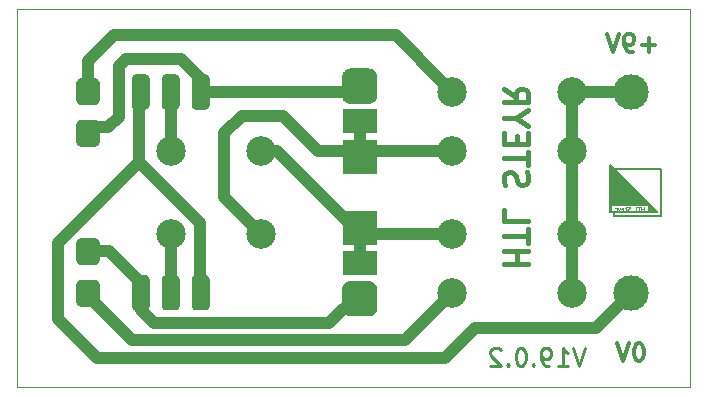
<source format=gbr>
G04 #@! TF.GenerationSoftware,KiCad,Pcbnew,5.1.5-52549c5~84~ubuntu18.04.1*
G04 #@! TF.CreationDate,2020-06-19T14:53:48+02:00*
G04 #@! TF.ProjectId,astabile-kippstufe,61737461-6269-46c6-952d-6b6970707374,V19.0.1*
G04 #@! TF.SameCoordinates,PX754d4c0PY5f5e100*
G04 #@! TF.FileFunction,Copper,L2,Bot*
G04 #@! TF.FilePolarity,Positive*
%FSLAX46Y46*%
G04 Gerber Fmt 4.6, Leading zero omitted, Abs format (unit mm)*
G04 Created by KiCad (PCBNEW 5.1.5-52549c5~84~ubuntu18.04.1) date 2020-06-19 14:53:48*
%MOMM*%
%LPD*%
G04 APERTURE LIST*
%ADD10C,0.250000*%
%ADD11C,0.300000*%
%ADD12C,0.400000*%
%ADD13C,0.050000*%
%ADD14C,0.075000*%
%ADD15C,0.150000*%
%ADD16C,0.100000*%
%ADD17R,3.000000X2.000000*%
%ADD18R,3.000000X3.000000*%
%ADD19C,3.000000*%
%ADD20C,2.500000*%
%ADD21C,1.000000*%
G04 APERTURE END LIST*
D10*
X48071428Y3321429D02*
X47571428Y1821429D01*
X47071428Y3321429D01*
X45785714Y1821429D02*
X46642857Y1821429D01*
X46214285Y1821429D02*
X46214285Y3321429D01*
X46357142Y3107143D01*
X46500000Y2964286D01*
X46642857Y2892858D01*
X45071428Y1821429D02*
X44785714Y1821429D01*
X44642857Y1892858D01*
X44571428Y1964286D01*
X44428571Y2178572D01*
X44357142Y2464286D01*
X44357142Y3035715D01*
X44428571Y3178572D01*
X44500000Y3250000D01*
X44642857Y3321429D01*
X44928571Y3321429D01*
X45071428Y3250000D01*
X45142857Y3178572D01*
X45214285Y3035715D01*
X45214285Y2678572D01*
X45142857Y2535715D01*
X45071428Y2464286D01*
X44928571Y2392858D01*
X44642857Y2392858D01*
X44500000Y2464286D01*
X44428571Y2535715D01*
X44357142Y2678572D01*
X43714285Y1964286D02*
X43642857Y1892858D01*
X43714285Y1821429D01*
X43785714Y1892858D01*
X43714285Y1964286D01*
X43714285Y1821429D01*
X42714285Y3321429D02*
X42571428Y3321429D01*
X42428571Y3250000D01*
X42357142Y3178572D01*
X42285714Y3035715D01*
X42214285Y2750000D01*
X42214285Y2392858D01*
X42285714Y2107143D01*
X42357142Y1964286D01*
X42428571Y1892858D01*
X42571428Y1821429D01*
X42714285Y1821429D01*
X42857142Y1892858D01*
X42928571Y1964286D01*
X43000000Y2107143D01*
X43071428Y2392858D01*
X43071428Y2750000D01*
X43000000Y3035715D01*
X42928571Y3178572D01*
X42857142Y3250000D01*
X42714285Y3321429D01*
X41571428Y1964286D02*
X41500000Y1892858D01*
X41571428Y1821429D01*
X41642857Y1892858D01*
X41571428Y1964286D01*
X41571428Y1821429D01*
X40928571Y3178572D02*
X40857142Y3250000D01*
X40714285Y3321429D01*
X40357142Y3321429D01*
X40214285Y3250000D01*
X40142857Y3178572D01*
X40071428Y3035715D01*
X40071428Y2892858D01*
X40142857Y2678572D01*
X41000000Y1821429D01*
X40071428Y1821429D01*
D11*
X52714285Y3721429D02*
X52571428Y3721429D01*
X52428571Y3650000D01*
X52357142Y3578572D01*
X52285714Y3435715D01*
X52214285Y3150000D01*
X52214285Y2792858D01*
X52285714Y2507143D01*
X52357142Y2364286D01*
X52428571Y2292858D01*
X52571428Y2221429D01*
X52714285Y2221429D01*
X52857142Y2292858D01*
X52928571Y2364286D01*
X53000000Y2507143D01*
X53071428Y2792858D01*
X53071428Y3150000D01*
X53000000Y3435715D01*
X52928571Y3578572D01*
X52857142Y3650000D01*
X52714285Y3721429D01*
X51785714Y3721429D02*
X51285714Y2221429D01*
X50785714Y3721429D01*
X54028571Y28992858D02*
X52885714Y28992858D01*
X53457142Y28421429D02*
X53457142Y29564286D01*
X52100000Y28421429D02*
X51814285Y28421429D01*
X51671428Y28492858D01*
X51600000Y28564286D01*
X51457142Y28778572D01*
X51385714Y29064286D01*
X51385714Y29635715D01*
X51457142Y29778572D01*
X51528571Y29850000D01*
X51671428Y29921429D01*
X51957142Y29921429D01*
X52100000Y29850000D01*
X52171428Y29778572D01*
X52242857Y29635715D01*
X52242857Y29278572D01*
X52171428Y29135715D01*
X52100000Y29064286D01*
X51957142Y28992858D01*
X51671428Y28992858D01*
X51528571Y29064286D01*
X51457142Y29135715D01*
X51385714Y29278572D01*
X50957142Y29921429D02*
X50457142Y28421429D01*
X49957142Y29921429D01*
D12*
X41245238Y10419048D02*
X43245238Y10419048D01*
X42292857Y10419048D02*
X42292857Y11561905D01*
X41245238Y11561905D02*
X43245238Y11561905D01*
X43245238Y12228572D02*
X43245238Y13371429D01*
X41245238Y12800000D02*
X43245238Y12800000D01*
X41245238Y14990477D02*
X41245238Y14038096D01*
X43245238Y14038096D01*
X41340476Y17085715D02*
X41245238Y17371429D01*
X41245238Y17847620D01*
X41340476Y18038096D01*
X41435714Y18133334D01*
X41626190Y18228572D01*
X41816666Y18228572D01*
X42007142Y18133334D01*
X42102380Y18038096D01*
X42197619Y17847620D01*
X42292857Y17466667D01*
X42388095Y17276191D01*
X42483333Y17180953D01*
X42673809Y17085715D01*
X42864285Y17085715D01*
X43054761Y17180953D01*
X43150000Y17276191D01*
X43245238Y17466667D01*
X43245238Y17942858D01*
X43150000Y18228572D01*
X43245238Y18800000D02*
X43245238Y19942858D01*
X41245238Y19371429D02*
X43245238Y19371429D01*
X42292857Y20609524D02*
X42292857Y21276191D01*
X41245238Y21561905D02*
X41245238Y20609524D01*
X43245238Y20609524D01*
X43245238Y21561905D01*
X42197619Y22800000D02*
X41245238Y22800000D01*
X43245238Y22133334D02*
X42197619Y22800000D01*
X43245238Y23466667D01*
X41245238Y25276191D02*
X42197619Y24609524D01*
X41245238Y24133334D02*
X43245238Y24133334D01*
X43245238Y24895239D01*
X43150000Y25085715D01*
X43054761Y25180953D01*
X42864285Y25276191D01*
X42578571Y25276191D01*
X42388095Y25180953D01*
X42292857Y25085715D01*
X42197619Y24895239D01*
X42197619Y24133334D01*
D13*
X0Y0D02*
X0Y32000000D01*
X57000000Y0D02*
X0Y0D01*
X57000000Y8000000D02*
X57000000Y0D01*
X57000000Y8000000D02*
X57000000Y25000000D01*
X57000000Y32000000D02*
X0Y32000000D01*
X57000000Y25000000D02*
X57000000Y32000000D01*
D14*
X53031666Y14944667D02*
X53031666Y15294667D01*
X53031666Y15128000D02*
X52831666Y15128000D01*
X52831666Y14944667D02*
X52831666Y15294667D01*
X52715000Y15294667D02*
X52515000Y15294667D01*
X52615000Y14944667D02*
X52615000Y15294667D01*
X52231666Y14944667D02*
X52398333Y14944667D01*
X52398333Y15294667D01*
X51865000Y14961334D02*
X51815000Y14944667D01*
X51731666Y14944667D01*
X51698333Y14961334D01*
X51681666Y14978000D01*
X51665000Y15011334D01*
X51665000Y15044667D01*
X51681666Y15078000D01*
X51698333Y15094667D01*
X51731666Y15111334D01*
X51798333Y15128000D01*
X51831666Y15144667D01*
X51848333Y15161334D01*
X51865000Y15194667D01*
X51865000Y15228000D01*
X51848333Y15261334D01*
X51831666Y15278000D01*
X51798333Y15294667D01*
X51715000Y15294667D01*
X51665000Y15278000D01*
X51565000Y15178000D02*
X51431666Y15178000D01*
X51515000Y15294667D02*
X51515000Y14994667D01*
X51498333Y14961334D01*
X51465000Y14944667D01*
X51431666Y14944667D01*
X51181666Y14961334D02*
X51215000Y14944667D01*
X51281666Y14944667D01*
X51315000Y14961334D01*
X51331666Y14994667D01*
X51331666Y15128000D01*
X51315000Y15161334D01*
X51281666Y15178000D01*
X51215000Y15178000D01*
X51181666Y15161334D01*
X51165000Y15128000D01*
X51165000Y15094667D01*
X51331666Y15061334D01*
X51048333Y15178000D02*
X50965000Y14944667D01*
X50881666Y15178000D02*
X50965000Y14944667D01*
X50998333Y14861334D01*
X51015000Y14844667D01*
X51048333Y14828000D01*
X50748333Y14944667D02*
X50748333Y15178000D01*
X50748333Y15111334D02*
X50731666Y15144667D01*
X50715000Y15161334D01*
X50681666Y15178000D01*
X50648333Y15178000D01*
D15*
G36*
X50200000Y18800000D02*
G01*
X50200000Y14800000D01*
X53500000Y14800000D01*
X50280000Y14800000D01*
X50280000Y15450000D01*
X53500000Y15450000D01*
X53500000Y14800000D01*
X54200000Y14800000D01*
X50200000Y18800000D01*
G37*
X50200000Y18800000D02*
X50200000Y14800000D01*
X53500000Y14800000D01*
X50280000Y14800000D01*
X50280000Y15450000D01*
X53500000Y15450000D01*
X53500000Y14800000D01*
X54200000Y14800000D01*
X50200000Y18800000D01*
X50500000Y18500000D02*
X54500000Y18500000D01*
X54500000Y18500000D02*
X54500000Y14500000D01*
X54500000Y14500000D02*
X50500000Y14500000D01*
X50500000Y14500000D02*
X50500000Y14800000D01*
G04 #@! TA.AperFunction,ComponentPad*
D16*
G36*
X29823513Y8996389D02*
G01*
X29896318Y8985589D01*
X29967714Y8967705D01*
X30037013Y8942910D01*
X30103548Y8911441D01*
X30166678Y8873602D01*
X30225795Y8829758D01*
X30280330Y8780330D01*
X30329758Y8725795D01*
X30373602Y8666678D01*
X30411441Y8603548D01*
X30442910Y8537013D01*
X30467705Y8467714D01*
X30485589Y8396318D01*
X30496389Y8323513D01*
X30500000Y8250000D01*
X30500000Y6750000D01*
X30496389Y6676487D01*
X30485589Y6603682D01*
X30467705Y6532286D01*
X30442910Y6462987D01*
X30411441Y6396452D01*
X30373602Y6333322D01*
X30329758Y6274205D01*
X30280330Y6219670D01*
X30225795Y6170242D01*
X30166678Y6126398D01*
X30103548Y6088559D01*
X30037013Y6057090D01*
X29967714Y6032295D01*
X29896318Y6014411D01*
X29823513Y6003611D01*
X29750000Y6000000D01*
X28250000Y6000000D01*
X28176487Y6003611D01*
X28103682Y6014411D01*
X28032286Y6032295D01*
X27962987Y6057090D01*
X27896452Y6088559D01*
X27833322Y6126398D01*
X27774205Y6170242D01*
X27719670Y6219670D01*
X27670242Y6274205D01*
X27626398Y6333322D01*
X27588559Y6396452D01*
X27557090Y6462987D01*
X27532295Y6532286D01*
X27514411Y6603682D01*
X27503611Y6676487D01*
X27500000Y6750000D01*
X27500000Y8250000D01*
X27503611Y8323513D01*
X27514411Y8396318D01*
X27532295Y8467714D01*
X27557090Y8537013D01*
X27588559Y8603548D01*
X27626398Y8666678D01*
X27670242Y8725795D01*
X27719670Y8780330D01*
X27774205Y8829758D01*
X27833322Y8873602D01*
X27896452Y8911441D01*
X27962987Y8942910D01*
X28032286Y8967705D01*
X28103682Y8985589D01*
X28176487Y8996389D01*
X28250000Y9000000D01*
X29750000Y9000000D01*
X29823513Y8996389D01*
G37*
G04 #@! TD.AperFunction*
D17*
X29000000Y10500000D03*
D18*
X29000000Y13500000D03*
G04 #@! TA.AperFunction,ComponentPad*
D16*
G36*
X29823513Y26996389D02*
G01*
X29896318Y26985589D01*
X29967714Y26967705D01*
X30037013Y26942910D01*
X30103548Y26911441D01*
X30166678Y26873602D01*
X30225795Y26829758D01*
X30280330Y26780330D01*
X30329758Y26725795D01*
X30373602Y26666678D01*
X30411441Y26603548D01*
X30442910Y26537013D01*
X30467705Y26467714D01*
X30485589Y26396318D01*
X30496389Y26323513D01*
X30500000Y26250000D01*
X30500000Y24750000D01*
X30496389Y24676487D01*
X30485589Y24603682D01*
X30467705Y24532286D01*
X30442910Y24462987D01*
X30411441Y24396452D01*
X30373602Y24333322D01*
X30329758Y24274205D01*
X30280330Y24219670D01*
X30225795Y24170242D01*
X30166678Y24126398D01*
X30103548Y24088559D01*
X30037013Y24057090D01*
X29967714Y24032295D01*
X29896318Y24014411D01*
X29823513Y24003611D01*
X29750000Y24000000D01*
X28250000Y24000000D01*
X28176487Y24003611D01*
X28103682Y24014411D01*
X28032286Y24032295D01*
X27962987Y24057090D01*
X27896452Y24088559D01*
X27833322Y24126398D01*
X27774205Y24170242D01*
X27719670Y24219670D01*
X27670242Y24274205D01*
X27626398Y24333322D01*
X27588559Y24396452D01*
X27557090Y24462987D01*
X27532295Y24532286D01*
X27514411Y24603682D01*
X27503611Y24676487D01*
X27500000Y24750000D01*
X27500000Y26250000D01*
X27503611Y26323513D01*
X27514411Y26396318D01*
X27532295Y26467714D01*
X27557090Y26537013D01*
X27588559Y26603548D01*
X27626398Y26666678D01*
X27670242Y26725795D01*
X27719670Y26780330D01*
X27774205Y26829758D01*
X27833322Y26873602D01*
X27896452Y26911441D01*
X27962987Y26942910D01*
X28032286Y26967705D01*
X28103682Y26985589D01*
X28176487Y26996389D01*
X28250000Y27000000D01*
X29750000Y27000000D01*
X29823513Y26996389D01*
G37*
G04 #@! TD.AperFunction*
D17*
X29000000Y22500000D03*
D18*
X29000000Y19500000D03*
G04 #@! TA.AperFunction,ComponentPad*
D16*
G36*
X15951756Y26498194D02*
G01*
X15988159Y26492794D01*
X16023857Y26483853D01*
X16058506Y26471455D01*
X16091774Y26455720D01*
X16123339Y26436801D01*
X16152897Y26414879D01*
X16180165Y26390165D01*
X16204879Y26362897D01*
X16226801Y26333339D01*
X16245720Y26301774D01*
X16261455Y26268506D01*
X16273853Y26233857D01*
X16282794Y26198159D01*
X16288194Y26161756D01*
X16290000Y26125000D01*
X16290000Y23875000D01*
X16288194Y23838244D01*
X16282794Y23801841D01*
X16273853Y23766143D01*
X16261455Y23731494D01*
X16245720Y23698226D01*
X16226801Y23666661D01*
X16204879Y23637103D01*
X16180165Y23609835D01*
X16152897Y23585121D01*
X16123339Y23563199D01*
X16091774Y23544280D01*
X16058506Y23528545D01*
X16023857Y23516147D01*
X15988159Y23507206D01*
X15951756Y23501806D01*
X15915000Y23500000D01*
X15165000Y23500000D01*
X15128244Y23501806D01*
X15091841Y23507206D01*
X15056143Y23516147D01*
X15021494Y23528545D01*
X14988226Y23544280D01*
X14956661Y23563199D01*
X14927103Y23585121D01*
X14899835Y23609835D01*
X14875121Y23637103D01*
X14853199Y23666661D01*
X14834280Y23698226D01*
X14818545Y23731494D01*
X14806147Y23766143D01*
X14797206Y23801841D01*
X14791806Y23838244D01*
X14790000Y23875000D01*
X14790000Y26125000D01*
X14791806Y26161756D01*
X14797206Y26198159D01*
X14806147Y26233857D01*
X14818545Y26268506D01*
X14834280Y26301774D01*
X14853199Y26333339D01*
X14875121Y26362897D01*
X14899835Y26390165D01*
X14927103Y26414879D01*
X14956661Y26436801D01*
X14988226Y26455720D01*
X15021494Y26471455D01*
X15056143Y26483853D01*
X15091841Y26492794D01*
X15128244Y26498194D01*
X15165000Y26500000D01*
X15915000Y26500000D01*
X15951756Y26498194D01*
G37*
G04 #@! TD.AperFunction*
G04 #@! TA.AperFunction,ComponentPad*
G36*
X10871756Y26498194D02*
G01*
X10908159Y26492794D01*
X10943857Y26483853D01*
X10978506Y26471455D01*
X11011774Y26455720D01*
X11043339Y26436801D01*
X11072897Y26414879D01*
X11100165Y26390165D01*
X11124879Y26362897D01*
X11146801Y26333339D01*
X11165720Y26301774D01*
X11181455Y26268506D01*
X11193853Y26233857D01*
X11202794Y26198159D01*
X11208194Y26161756D01*
X11210000Y26125000D01*
X11210000Y23875000D01*
X11208194Y23838244D01*
X11202794Y23801841D01*
X11193853Y23766143D01*
X11181455Y23731494D01*
X11165720Y23698226D01*
X11146801Y23666661D01*
X11124879Y23637103D01*
X11100165Y23609835D01*
X11072897Y23585121D01*
X11043339Y23563199D01*
X11011774Y23544280D01*
X10978506Y23528545D01*
X10943857Y23516147D01*
X10908159Y23507206D01*
X10871756Y23501806D01*
X10835000Y23500000D01*
X10085000Y23500000D01*
X10048244Y23501806D01*
X10011841Y23507206D01*
X9976143Y23516147D01*
X9941494Y23528545D01*
X9908226Y23544280D01*
X9876661Y23563199D01*
X9847103Y23585121D01*
X9819835Y23609835D01*
X9795121Y23637103D01*
X9773199Y23666661D01*
X9754280Y23698226D01*
X9738545Y23731494D01*
X9726147Y23766143D01*
X9717206Y23801841D01*
X9711806Y23838244D01*
X9710000Y23875000D01*
X9710000Y26125000D01*
X9711806Y26161756D01*
X9717206Y26198159D01*
X9726147Y26233857D01*
X9738545Y26268506D01*
X9754280Y26301774D01*
X9773199Y26333339D01*
X9795121Y26362897D01*
X9819835Y26390165D01*
X9847103Y26414879D01*
X9876661Y26436801D01*
X9908226Y26455720D01*
X9941494Y26471455D01*
X9976143Y26483853D01*
X10011841Y26492794D01*
X10048244Y26498194D01*
X10085000Y26500000D01*
X10835000Y26500000D01*
X10871756Y26498194D01*
G37*
G04 #@! TD.AperFunction*
G04 #@! TA.AperFunction,ComponentPad*
G36*
X13411756Y26498194D02*
G01*
X13448159Y26492794D01*
X13483857Y26483853D01*
X13518506Y26471455D01*
X13551774Y26455720D01*
X13583339Y26436801D01*
X13612897Y26414879D01*
X13640165Y26390165D01*
X13664879Y26362897D01*
X13686801Y26333339D01*
X13705720Y26301774D01*
X13721455Y26268506D01*
X13733853Y26233857D01*
X13742794Y26198159D01*
X13748194Y26161756D01*
X13750000Y26125000D01*
X13750000Y23875000D01*
X13748194Y23838244D01*
X13742794Y23801841D01*
X13733853Y23766143D01*
X13721455Y23731494D01*
X13705720Y23698226D01*
X13686801Y23666661D01*
X13664879Y23637103D01*
X13640165Y23609835D01*
X13612897Y23585121D01*
X13583339Y23563199D01*
X13551774Y23544280D01*
X13518506Y23528545D01*
X13483857Y23516147D01*
X13448159Y23507206D01*
X13411756Y23501806D01*
X13375000Y23500000D01*
X12625000Y23500000D01*
X12588244Y23501806D01*
X12551841Y23507206D01*
X12516143Y23516147D01*
X12481494Y23528545D01*
X12448226Y23544280D01*
X12416661Y23563199D01*
X12387103Y23585121D01*
X12359835Y23609835D01*
X12335121Y23637103D01*
X12313199Y23666661D01*
X12294280Y23698226D01*
X12278545Y23731494D01*
X12266147Y23766143D01*
X12257206Y23801841D01*
X12251806Y23838244D01*
X12250000Y23875000D01*
X12250000Y26125000D01*
X12251806Y26161756D01*
X12257206Y26198159D01*
X12266147Y26233857D01*
X12278545Y26268506D01*
X12294280Y26301774D01*
X12313199Y26333339D01*
X12335121Y26362897D01*
X12359835Y26390165D01*
X12387103Y26414879D01*
X12416661Y26436801D01*
X12448226Y26455720D01*
X12481494Y26471455D01*
X12516143Y26483853D01*
X12551841Y26492794D01*
X12588244Y26498194D01*
X12625000Y26500000D01*
X13375000Y26500000D01*
X13411756Y26498194D01*
G37*
G04 #@! TD.AperFunction*
G04 #@! TA.AperFunction,ComponentPad*
G36*
X10871756Y9498194D02*
G01*
X10908159Y9492794D01*
X10943857Y9483853D01*
X10978506Y9471455D01*
X11011774Y9455720D01*
X11043339Y9436801D01*
X11072897Y9414879D01*
X11100165Y9390165D01*
X11124879Y9362897D01*
X11146801Y9333339D01*
X11165720Y9301774D01*
X11181455Y9268506D01*
X11193853Y9233857D01*
X11202794Y9198159D01*
X11208194Y9161756D01*
X11210000Y9125000D01*
X11210000Y6875000D01*
X11208194Y6838244D01*
X11202794Y6801841D01*
X11193853Y6766143D01*
X11181455Y6731494D01*
X11165720Y6698226D01*
X11146801Y6666661D01*
X11124879Y6637103D01*
X11100165Y6609835D01*
X11072897Y6585121D01*
X11043339Y6563199D01*
X11011774Y6544280D01*
X10978506Y6528545D01*
X10943857Y6516147D01*
X10908159Y6507206D01*
X10871756Y6501806D01*
X10835000Y6500000D01*
X10085000Y6500000D01*
X10048244Y6501806D01*
X10011841Y6507206D01*
X9976143Y6516147D01*
X9941494Y6528545D01*
X9908226Y6544280D01*
X9876661Y6563199D01*
X9847103Y6585121D01*
X9819835Y6609835D01*
X9795121Y6637103D01*
X9773199Y6666661D01*
X9754280Y6698226D01*
X9738545Y6731494D01*
X9726147Y6766143D01*
X9717206Y6801841D01*
X9711806Y6838244D01*
X9710000Y6875000D01*
X9710000Y9125000D01*
X9711806Y9161756D01*
X9717206Y9198159D01*
X9726147Y9233857D01*
X9738545Y9268506D01*
X9754280Y9301774D01*
X9773199Y9333339D01*
X9795121Y9362897D01*
X9819835Y9390165D01*
X9847103Y9414879D01*
X9876661Y9436801D01*
X9908226Y9455720D01*
X9941494Y9471455D01*
X9976143Y9483853D01*
X10011841Y9492794D01*
X10048244Y9498194D01*
X10085000Y9500000D01*
X10835000Y9500000D01*
X10871756Y9498194D01*
G37*
G04 #@! TD.AperFunction*
G04 #@! TA.AperFunction,ComponentPad*
G36*
X15951756Y9498194D02*
G01*
X15988159Y9492794D01*
X16023857Y9483853D01*
X16058506Y9471455D01*
X16091774Y9455720D01*
X16123339Y9436801D01*
X16152897Y9414879D01*
X16180165Y9390165D01*
X16204879Y9362897D01*
X16226801Y9333339D01*
X16245720Y9301774D01*
X16261455Y9268506D01*
X16273853Y9233857D01*
X16282794Y9198159D01*
X16288194Y9161756D01*
X16290000Y9125000D01*
X16290000Y6875000D01*
X16288194Y6838244D01*
X16282794Y6801841D01*
X16273853Y6766143D01*
X16261455Y6731494D01*
X16245720Y6698226D01*
X16226801Y6666661D01*
X16204879Y6637103D01*
X16180165Y6609835D01*
X16152897Y6585121D01*
X16123339Y6563199D01*
X16091774Y6544280D01*
X16058506Y6528545D01*
X16023857Y6516147D01*
X15988159Y6507206D01*
X15951756Y6501806D01*
X15915000Y6500000D01*
X15165000Y6500000D01*
X15128244Y6501806D01*
X15091841Y6507206D01*
X15056143Y6516147D01*
X15021494Y6528545D01*
X14988226Y6544280D01*
X14956661Y6563199D01*
X14927103Y6585121D01*
X14899835Y6609835D01*
X14875121Y6637103D01*
X14853199Y6666661D01*
X14834280Y6698226D01*
X14818545Y6731494D01*
X14806147Y6766143D01*
X14797206Y6801841D01*
X14791806Y6838244D01*
X14790000Y6875000D01*
X14790000Y9125000D01*
X14791806Y9161756D01*
X14797206Y9198159D01*
X14806147Y9233857D01*
X14818545Y9268506D01*
X14834280Y9301774D01*
X14853199Y9333339D01*
X14875121Y9362897D01*
X14899835Y9390165D01*
X14927103Y9414879D01*
X14956661Y9436801D01*
X14988226Y9455720D01*
X15021494Y9471455D01*
X15056143Y9483853D01*
X15091841Y9492794D01*
X15128244Y9498194D01*
X15165000Y9500000D01*
X15915000Y9500000D01*
X15951756Y9498194D01*
G37*
G04 #@! TD.AperFunction*
G04 #@! TA.AperFunction,ComponentPad*
G36*
X13411756Y9498194D02*
G01*
X13448159Y9492794D01*
X13483857Y9483853D01*
X13518506Y9471455D01*
X13551774Y9455720D01*
X13583339Y9436801D01*
X13612897Y9414879D01*
X13640165Y9390165D01*
X13664879Y9362897D01*
X13686801Y9333339D01*
X13705720Y9301774D01*
X13721455Y9268506D01*
X13733853Y9233857D01*
X13742794Y9198159D01*
X13748194Y9161756D01*
X13750000Y9125000D01*
X13750000Y6875000D01*
X13748194Y6838244D01*
X13742794Y6801841D01*
X13733853Y6766143D01*
X13721455Y6731494D01*
X13705720Y6698226D01*
X13686801Y6666661D01*
X13664879Y6637103D01*
X13640165Y6609835D01*
X13612897Y6585121D01*
X13583339Y6563199D01*
X13551774Y6544280D01*
X13518506Y6528545D01*
X13483857Y6516147D01*
X13448159Y6507206D01*
X13411756Y6501806D01*
X13375000Y6500000D01*
X12625000Y6500000D01*
X12588244Y6501806D01*
X12551841Y6507206D01*
X12516143Y6516147D01*
X12481494Y6528545D01*
X12448226Y6544280D01*
X12416661Y6563199D01*
X12387103Y6585121D01*
X12359835Y6609835D01*
X12335121Y6637103D01*
X12313199Y6666661D01*
X12294280Y6698226D01*
X12278545Y6731494D01*
X12266147Y6766143D01*
X12257206Y6801841D01*
X12251806Y6838244D01*
X12250000Y6875000D01*
X12250000Y9125000D01*
X12251806Y9161756D01*
X12257206Y9198159D01*
X12266147Y9233857D01*
X12278545Y9268506D01*
X12294280Y9301774D01*
X12313199Y9333339D01*
X12335121Y9362897D01*
X12359835Y9390165D01*
X12387103Y9414879D01*
X12416661Y9436801D01*
X12448226Y9455720D01*
X12481494Y9471455D01*
X12516143Y9483853D01*
X12551841Y9492794D01*
X12588244Y9498194D01*
X12625000Y9500000D01*
X13375000Y9500000D01*
X13411756Y9498194D01*
G37*
G04 #@! TD.AperFunction*
D19*
X52000000Y8000000D03*
X52000000Y25000000D03*
D20*
X13000000Y13000000D03*
X20620000Y13000000D03*
X13000000Y20000000D03*
X20620000Y20000000D03*
X47000000Y8000000D03*
X36840000Y8000000D03*
X47000000Y13000000D03*
X36840000Y13000000D03*
X47000000Y20000000D03*
X36840000Y20000000D03*
X47000000Y25000000D03*
X36840000Y25000000D03*
G04 #@! TA.AperFunction,ComponentPad*
D16*
G36*
X6549009Y12647592D02*
G01*
X6597545Y12640393D01*
X6645142Y12628470D01*
X6691342Y12611940D01*
X6735698Y12590961D01*
X6777785Y12565735D01*
X6817197Y12536505D01*
X6853553Y12503553D01*
X6886505Y12467197D01*
X6915735Y12427785D01*
X6940961Y12385698D01*
X6961940Y12341342D01*
X6978470Y12295142D01*
X6990393Y12247545D01*
X6997592Y12199009D01*
X7000000Y12150000D01*
X7000000Y10850000D01*
X6997592Y10800991D01*
X6990393Y10752455D01*
X6978470Y10704858D01*
X6961940Y10658658D01*
X6940961Y10614302D01*
X6915735Y10572215D01*
X6886505Y10532803D01*
X6853553Y10496447D01*
X6817197Y10463495D01*
X6777785Y10434265D01*
X6735698Y10409039D01*
X6691342Y10388060D01*
X6645142Y10371530D01*
X6597545Y10359607D01*
X6549009Y10352408D01*
X6500000Y10350000D01*
X5500000Y10350000D01*
X5450991Y10352408D01*
X5402455Y10359607D01*
X5354858Y10371530D01*
X5308658Y10388060D01*
X5264302Y10409039D01*
X5222215Y10434265D01*
X5182803Y10463495D01*
X5146447Y10496447D01*
X5113495Y10532803D01*
X5084265Y10572215D01*
X5059039Y10614302D01*
X5038060Y10658658D01*
X5021530Y10704858D01*
X5009607Y10752455D01*
X5002408Y10800991D01*
X5000000Y10850000D01*
X5000000Y12150000D01*
X5002408Y12199009D01*
X5009607Y12247545D01*
X5021530Y12295142D01*
X5038060Y12341342D01*
X5059039Y12385698D01*
X5084265Y12427785D01*
X5113495Y12467197D01*
X5146447Y12503553D01*
X5182803Y12536505D01*
X5222215Y12565735D01*
X5264302Y12590961D01*
X5308658Y12611940D01*
X5354858Y12628470D01*
X5402455Y12640393D01*
X5450991Y12647592D01*
X5500000Y12650000D01*
X6500000Y12650000D01*
X6549009Y12647592D01*
G37*
G04 #@! TD.AperFunction*
G04 #@! TA.AperFunction,ComponentPad*
G36*
X6549009Y9107592D02*
G01*
X6597545Y9100393D01*
X6645142Y9088470D01*
X6691342Y9071940D01*
X6735698Y9050961D01*
X6777785Y9025735D01*
X6817197Y8996505D01*
X6853553Y8963553D01*
X6886505Y8927197D01*
X6915735Y8887785D01*
X6940961Y8845698D01*
X6961940Y8801342D01*
X6978470Y8755142D01*
X6990393Y8707545D01*
X6997592Y8659009D01*
X7000000Y8610000D01*
X7000000Y7310000D01*
X6997592Y7260991D01*
X6990393Y7212455D01*
X6978470Y7164858D01*
X6961940Y7118658D01*
X6940961Y7074302D01*
X6915735Y7032215D01*
X6886505Y6992803D01*
X6853553Y6956447D01*
X6817197Y6923495D01*
X6777785Y6894265D01*
X6735698Y6869039D01*
X6691342Y6848060D01*
X6645142Y6831530D01*
X6597545Y6819607D01*
X6549009Y6812408D01*
X6500000Y6810000D01*
X5500000Y6810000D01*
X5450991Y6812408D01*
X5402455Y6819607D01*
X5354858Y6831530D01*
X5308658Y6848060D01*
X5264302Y6869039D01*
X5222215Y6894265D01*
X5182803Y6923495D01*
X5146447Y6956447D01*
X5113495Y6992803D01*
X5084265Y7032215D01*
X5059039Y7074302D01*
X5038060Y7118658D01*
X5021530Y7164858D01*
X5009607Y7212455D01*
X5002408Y7260991D01*
X5000000Y7310000D01*
X5000000Y8610000D01*
X5002408Y8659009D01*
X5009607Y8707545D01*
X5021530Y8755142D01*
X5038060Y8801342D01*
X5059039Y8845698D01*
X5084265Y8887785D01*
X5113495Y8927197D01*
X5146447Y8963553D01*
X5182803Y8996505D01*
X5222215Y9025735D01*
X5264302Y9050961D01*
X5308658Y9071940D01*
X5354858Y9088470D01*
X5402455Y9100393D01*
X5450991Y9107592D01*
X5500000Y9110000D01*
X6500000Y9110000D01*
X6549009Y9107592D01*
G37*
G04 #@! TD.AperFunction*
G04 #@! TA.AperFunction,ComponentPad*
G36*
X6549009Y22647592D02*
G01*
X6597545Y22640393D01*
X6645142Y22628470D01*
X6691342Y22611940D01*
X6735698Y22590961D01*
X6777785Y22565735D01*
X6817197Y22536505D01*
X6853553Y22503553D01*
X6886505Y22467197D01*
X6915735Y22427785D01*
X6940961Y22385698D01*
X6961940Y22341342D01*
X6978470Y22295142D01*
X6990393Y22247545D01*
X6997592Y22199009D01*
X7000000Y22150000D01*
X7000000Y20850000D01*
X6997592Y20800991D01*
X6990393Y20752455D01*
X6978470Y20704858D01*
X6961940Y20658658D01*
X6940961Y20614302D01*
X6915735Y20572215D01*
X6886505Y20532803D01*
X6853553Y20496447D01*
X6817197Y20463495D01*
X6777785Y20434265D01*
X6735698Y20409039D01*
X6691342Y20388060D01*
X6645142Y20371530D01*
X6597545Y20359607D01*
X6549009Y20352408D01*
X6500000Y20350000D01*
X5500000Y20350000D01*
X5450991Y20352408D01*
X5402455Y20359607D01*
X5354858Y20371530D01*
X5308658Y20388060D01*
X5264302Y20409039D01*
X5222215Y20434265D01*
X5182803Y20463495D01*
X5146447Y20496447D01*
X5113495Y20532803D01*
X5084265Y20572215D01*
X5059039Y20614302D01*
X5038060Y20658658D01*
X5021530Y20704858D01*
X5009607Y20752455D01*
X5002408Y20800991D01*
X5000000Y20850000D01*
X5000000Y22150000D01*
X5002408Y22199009D01*
X5009607Y22247545D01*
X5021530Y22295142D01*
X5038060Y22341342D01*
X5059039Y22385698D01*
X5084265Y22427785D01*
X5113495Y22467197D01*
X5146447Y22503553D01*
X5182803Y22536505D01*
X5222215Y22565735D01*
X5264302Y22590961D01*
X5308658Y22611940D01*
X5354858Y22628470D01*
X5402455Y22640393D01*
X5450991Y22647592D01*
X5500000Y22650000D01*
X6500000Y22650000D01*
X6549009Y22647592D01*
G37*
G04 #@! TD.AperFunction*
G04 #@! TA.AperFunction,ComponentPad*
G36*
X6549009Y26187592D02*
G01*
X6597545Y26180393D01*
X6645142Y26168470D01*
X6691342Y26151940D01*
X6735698Y26130961D01*
X6777785Y26105735D01*
X6817197Y26076505D01*
X6853553Y26043553D01*
X6886505Y26007197D01*
X6915735Y25967785D01*
X6940961Y25925698D01*
X6961940Y25881342D01*
X6978470Y25835142D01*
X6990393Y25787545D01*
X6997592Y25739009D01*
X7000000Y25690000D01*
X7000000Y24390000D01*
X6997592Y24340991D01*
X6990393Y24292455D01*
X6978470Y24244858D01*
X6961940Y24198658D01*
X6940961Y24154302D01*
X6915735Y24112215D01*
X6886505Y24072803D01*
X6853553Y24036447D01*
X6817197Y24003495D01*
X6777785Y23974265D01*
X6735698Y23949039D01*
X6691342Y23928060D01*
X6645142Y23911530D01*
X6597545Y23899607D01*
X6549009Y23892408D01*
X6500000Y23890000D01*
X5500000Y23890000D01*
X5450991Y23892408D01*
X5402455Y23899607D01*
X5354858Y23911530D01*
X5308658Y23928060D01*
X5264302Y23949039D01*
X5222215Y23974265D01*
X5182803Y24003495D01*
X5146447Y24036447D01*
X5113495Y24072803D01*
X5084265Y24112215D01*
X5059039Y24154302D01*
X5038060Y24198658D01*
X5021530Y24244858D01*
X5009607Y24292455D01*
X5002408Y24340991D01*
X5000000Y24390000D01*
X5000000Y25690000D01*
X5002408Y25739009D01*
X5009607Y25787545D01*
X5021530Y25835142D01*
X5038060Y25881342D01*
X5059039Y25925698D01*
X5084265Y25967785D01*
X5113495Y26007197D01*
X5146447Y26043553D01*
X5182803Y26076505D01*
X5222215Y26105735D01*
X5264302Y26130961D01*
X5308658Y26151940D01*
X5354858Y26168470D01*
X5402455Y26180393D01*
X5450991Y26187592D01*
X5500000Y26190000D01*
X6500000Y26190000D01*
X6549009Y26187592D01*
G37*
G04 #@! TD.AperFunction*
D21*
X36840000Y20000000D02*
X29000000Y20000000D01*
X19720001Y13899999D02*
X20620000Y13000000D01*
X25500000Y20000000D02*
X22500000Y23000000D01*
X29000000Y20000000D02*
X25500000Y20000000D01*
X22500000Y23000000D02*
X19000000Y23000000D01*
X17500000Y16120000D02*
X19720001Y13899999D01*
X19000000Y23000000D02*
X17500000Y21500000D01*
X17500000Y21500000D02*
X17500000Y16120000D01*
X29000000Y20000000D02*
X29000000Y22500000D01*
X15540000Y25000000D02*
X29000000Y25000000D01*
X7700000Y22000000D02*
X8600000Y22900000D01*
X13840000Y27800000D02*
X15540000Y26100000D01*
X8600000Y22900000D02*
X8600000Y27200000D01*
X8600000Y27200000D02*
X9200000Y27800000D01*
X15540000Y26100000D02*
X15540000Y25000000D01*
X6000000Y22000000D02*
X7700000Y22000000D01*
X9200000Y27800000D02*
X13840000Y27800000D01*
X36840000Y13000000D02*
X29000000Y13000000D01*
X22000000Y20000000D02*
X20620000Y20000000D01*
X29000000Y13000000D02*
X22000000Y20000000D01*
X29000000Y13000000D02*
X29000000Y10500000D01*
X10460000Y6500000D02*
X10460000Y8000000D01*
X11559989Y5400011D02*
X10460000Y6500000D01*
X29000000Y8000000D02*
X26400011Y5400011D01*
X26400011Y5400011D02*
X11559989Y5400011D01*
X7750000Y11500000D02*
X10460000Y8790000D01*
X6000000Y11000000D02*
X6500000Y11500000D01*
X10460000Y8790000D02*
X10460000Y8000000D01*
X6500000Y11500000D02*
X7750000Y11500000D01*
X13000000Y25000000D02*
X13000000Y20000000D01*
X13000000Y13000000D02*
X13000000Y8000000D01*
X32040000Y29800000D02*
X36040001Y25799999D01*
X8200000Y29800000D02*
X32040000Y29800000D01*
X6000000Y24540000D02*
X6000000Y27600000D01*
X36040001Y25799999D02*
X36840000Y25000000D01*
X6000000Y27600000D02*
X8200000Y29800000D01*
X36040001Y7200001D02*
X36840000Y8000000D01*
X32840000Y4000000D02*
X36040001Y7200001D01*
X9750000Y4000000D02*
X32840000Y4000000D01*
X6000000Y8460000D02*
X6000000Y7750000D01*
X6000000Y7750000D02*
X9750000Y4000000D01*
X47000000Y25000000D02*
X47000000Y20000000D01*
X47000000Y20000000D02*
X47000000Y13000000D01*
X47000000Y13000000D02*
X47000000Y8000000D01*
X47000000Y25000000D02*
X52000000Y25000000D01*
X10350000Y23790000D02*
X10350000Y19070002D01*
X10460000Y23900000D02*
X10350000Y23790000D01*
X10460000Y25000000D02*
X10460000Y23900000D01*
X15500000Y8040000D02*
X15540000Y8000000D01*
X10350000Y19070002D02*
X15500000Y13920002D01*
X15500000Y13920002D02*
X15500000Y8040000D01*
X49000000Y5000000D02*
X38750000Y5000000D01*
X10320002Y19070002D02*
X10350000Y19070002D01*
X36250000Y2500000D02*
X6750000Y2500000D01*
X52000000Y8000000D02*
X49000000Y5000000D01*
X3500000Y12250000D02*
X10320002Y19070002D01*
X3500000Y5750000D02*
X3500000Y12250000D01*
X38750000Y5000000D02*
X36250000Y2500000D01*
X6750000Y2500000D02*
X3500000Y5750000D01*
M02*

</source>
